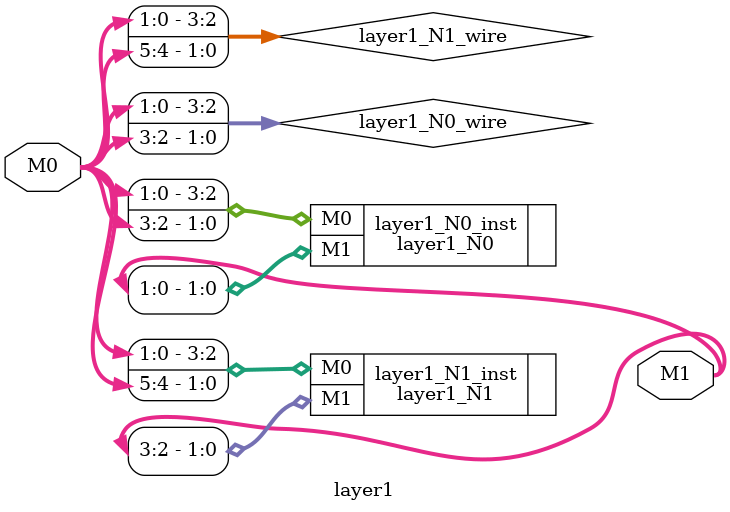
<source format=v>
module layer1 (input [5:0] M0, output [3:0] M1);

wire [3:0] layer1_N0_wire = {M0[1], M0[0], M0[3], M0[2]};
layer1_N0 layer1_N0_inst (.M0(layer1_N0_wire), .M1(M1[1:0]));

wire [3:0] layer1_N1_wire = {M0[1], M0[0], M0[5], M0[4]};
layer1_N1 layer1_N1_inst (.M0(layer1_N1_wire), .M1(M1[3:2]));

endmodule
</source>
